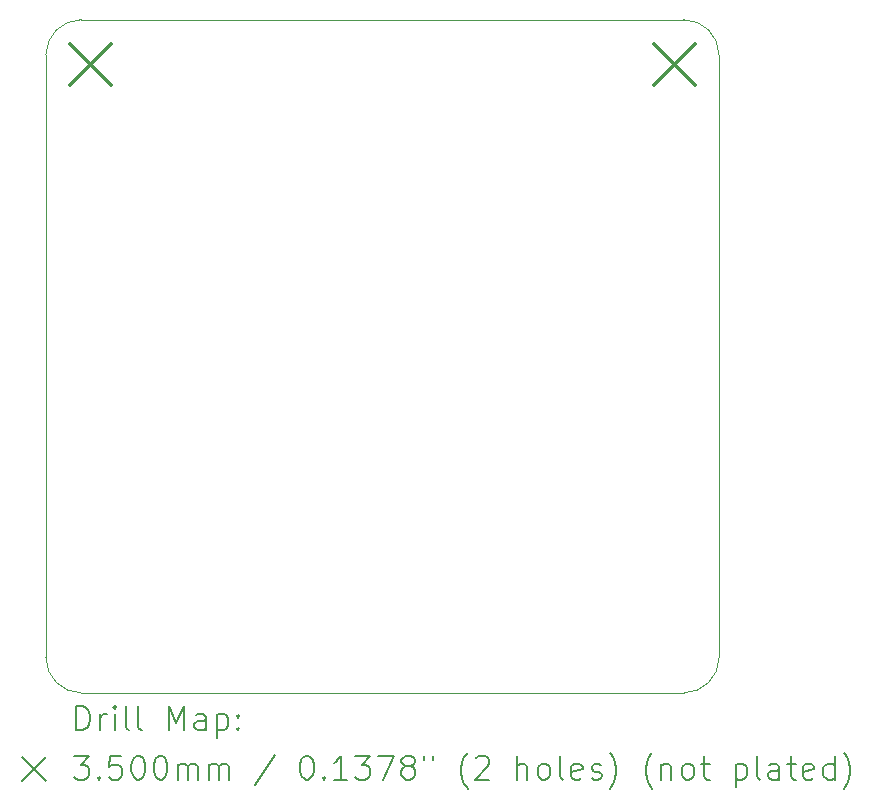
<source format=gbr>
%TF.GenerationSoftware,KiCad,Pcbnew,8.0.6*%
%TF.CreationDate,2024-11-20T16:48:05-08:00*%
%TF.ProjectId,Garage Door Opener,47617261-6765-4204-946f-6f72204f7065,rev?*%
%TF.SameCoordinates,Original*%
%TF.FileFunction,Drillmap*%
%TF.FilePolarity,Positive*%
%FSLAX45Y45*%
G04 Gerber Fmt 4.5, Leading zero omitted, Abs format (unit mm)*
G04 Created by KiCad (PCBNEW 8.0.6) date 2024-11-20 16:48:05*
%MOMM*%
%LPD*%
G01*
G04 APERTURE LIST*
%ADD10C,0.050000*%
%ADD11C,0.200000*%
%ADD12C,0.350000*%
G04 APERTURE END LIST*
D10*
X6700000Y-10800000D02*
G75*
G02*
X6400000Y-10500000I0J300000D01*
G01*
X11800000Y-10800000D02*
X6700000Y-10800000D01*
X12100000Y-10500000D02*
G75*
G02*
X11800000Y-10800000I-300000J0D01*
G01*
X6400000Y-5400000D02*
G75*
G02*
X6700000Y-5100000I300000J0D01*
G01*
X6400000Y-10500000D02*
X6400000Y-5400000D01*
X11800000Y-5100000D02*
G75*
G02*
X12100000Y-5400000I0J-300000D01*
G01*
X12100000Y-5400000D02*
X12100000Y-10500000D01*
X6700000Y-5100000D02*
X11800000Y-5100000D01*
D11*
D12*
X6605000Y-5305000D02*
X6955000Y-5655000D01*
X6955000Y-5305000D02*
X6605000Y-5655000D01*
X11545000Y-5305000D02*
X11895000Y-5655000D01*
X11895000Y-5305000D02*
X11545000Y-5655000D01*
D11*
X6658277Y-11113984D02*
X6658277Y-10913984D01*
X6658277Y-10913984D02*
X6705896Y-10913984D01*
X6705896Y-10913984D02*
X6734467Y-10923508D01*
X6734467Y-10923508D02*
X6753515Y-10942555D01*
X6753515Y-10942555D02*
X6763039Y-10961603D01*
X6763039Y-10961603D02*
X6772562Y-10999698D01*
X6772562Y-10999698D02*
X6772562Y-11028270D01*
X6772562Y-11028270D02*
X6763039Y-11066365D01*
X6763039Y-11066365D02*
X6753515Y-11085412D01*
X6753515Y-11085412D02*
X6734467Y-11104460D01*
X6734467Y-11104460D02*
X6705896Y-11113984D01*
X6705896Y-11113984D02*
X6658277Y-11113984D01*
X6858277Y-11113984D02*
X6858277Y-10980650D01*
X6858277Y-11018746D02*
X6867801Y-10999698D01*
X6867801Y-10999698D02*
X6877324Y-10990174D01*
X6877324Y-10990174D02*
X6896372Y-10980650D01*
X6896372Y-10980650D02*
X6915420Y-10980650D01*
X6982086Y-11113984D02*
X6982086Y-10980650D01*
X6982086Y-10913984D02*
X6972562Y-10923508D01*
X6972562Y-10923508D02*
X6982086Y-10933031D01*
X6982086Y-10933031D02*
X6991610Y-10923508D01*
X6991610Y-10923508D02*
X6982086Y-10913984D01*
X6982086Y-10913984D02*
X6982086Y-10933031D01*
X7105896Y-11113984D02*
X7086848Y-11104460D01*
X7086848Y-11104460D02*
X7077324Y-11085412D01*
X7077324Y-11085412D02*
X7077324Y-10913984D01*
X7210658Y-11113984D02*
X7191610Y-11104460D01*
X7191610Y-11104460D02*
X7182086Y-11085412D01*
X7182086Y-11085412D02*
X7182086Y-10913984D01*
X7439229Y-11113984D02*
X7439229Y-10913984D01*
X7439229Y-10913984D02*
X7505896Y-11056841D01*
X7505896Y-11056841D02*
X7572562Y-10913984D01*
X7572562Y-10913984D02*
X7572562Y-11113984D01*
X7753515Y-11113984D02*
X7753515Y-11009222D01*
X7753515Y-11009222D02*
X7743991Y-10990174D01*
X7743991Y-10990174D02*
X7724943Y-10980650D01*
X7724943Y-10980650D02*
X7686848Y-10980650D01*
X7686848Y-10980650D02*
X7667801Y-10990174D01*
X7753515Y-11104460D02*
X7734467Y-11113984D01*
X7734467Y-11113984D02*
X7686848Y-11113984D01*
X7686848Y-11113984D02*
X7667801Y-11104460D01*
X7667801Y-11104460D02*
X7658277Y-11085412D01*
X7658277Y-11085412D02*
X7658277Y-11066365D01*
X7658277Y-11066365D02*
X7667801Y-11047317D01*
X7667801Y-11047317D02*
X7686848Y-11037793D01*
X7686848Y-11037793D02*
X7734467Y-11037793D01*
X7734467Y-11037793D02*
X7753515Y-11028270D01*
X7848753Y-10980650D02*
X7848753Y-11180650D01*
X7848753Y-10990174D02*
X7867801Y-10980650D01*
X7867801Y-10980650D02*
X7905896Y-10980650D01*
X7905896Y-10980650D02*
X7924943Y-10990174D01*
X7924943Y-10990174D02*
X7934467Y-10999698D01*
X7934467Y-10999698D02*
X7943991Y-11018746D01*
X7943991Y-11018746D02*
X7943991Y-11075889D01*
X7943991Y-11075889D02*
X7934467Y-11094936D01*
X7934467Y-11094936D02*
X7924943Y-11104460D01*
X7924943Y-11104460D02*
X7905896Y-11113984D01*
X7905896Y-11113984D02*
X7867801Y-11113984D01*
X7867801Y-11113984D02*
X7848753Y-11104460D01*
X8029705Y-11094936D02*
X8039229Y-11104460D01*
X8039229Y-11104460D02*
X8029705Y-11113984D01*
X8029705Y-11113984D02*
X8020182Y-11104460D01*
X8020182Y-11104460D02*
X8029705Y-11094936D01*
X8029705Y-11094936D02*
X8029705Y-11113984D01*
X8029705Y-10990174D02*
X8039229Y-10999698D01*
X8039229Y-10999698D02*
X8029705Y-11009222D01*
X8029705Y-11009222D02*
X8020182Y-10999698D01*
X8020182Y-10999698D02*
X8029705Y-10990174D01*
X8029705Y-10990174D02*
X8029705Y-11009222D01*
X6197500Y-11342500D02*
X6397500Y-11542500D01*
X6397500Y-11342500D02*
X6197500Y-11542500D01*
X6639229Y-11333984D02*
X6763039Y-11333984D01*
X6763039Y-11333984D02*
X6696372Y-11410174D01*
X6696372Y-11410174D02*
X6724943Y-11410174D01*
X6724943Y-11410174D02*
X6743991Y-11419698D01*
X6743991Y-11419698D02*
X6753515Y-11429222D01*
X6753515Y-11429222D02*
X6763039Y-11448269D01*
X6763039Y-11448269D02*
X6763039Y-11495888D01*
X6763039Y-11495888D02*
X6753515Y-11514936D01*
X6753515Y-11514936D02*
X6743991Y-11524460D01*
X6743991Y-11524460D02*
X6724943Y-11533984D01*
X6724943Y-11533984D02*
X6667801Y-11533984D01*
X6667801Y-11533984D02*
X6648753Y-11524460D01*
X6648753Y-11524460D02*
X6639229Y-11514936D01*
X6848753Y-11514936D02*
X6858277Y-11524460D01*
X6858277Y-11524460D02*
X6848753Y-11533984D01*
X6848753Y-11533984D02*
X6839229Y-11524460D01*
X6839229Y-11524460D02*
X6848753Y-11514936D01*
X6848753Y-11514936D02*
X6848753Y-11533984D01*
X7039229Y-11333984D02*
X6943991Y-11333984D01*
X6943991Y-11333984D02*
X6934467Y-11429222D01*
X6934467Y-11429222D02*
X6943991Y-11419698D01*
X6943991Y-11419698D02*
X6963039Y-11410174D01*
X6963039Y-11410174D02*
X7010658Y-11410174D01*
X7010658Y-11410174D02*
X7029705Y-11419698D01*
X7029705Y-11419698D02*
X7039229Y-11429222D01*
X7039229Y-11429222D02*
X7048753Y-11448269D01*
X7048753Y-11448269D02*
X7048753Y-11495888D01*
X7048753Y-11495888D02*
X7039229Y-11514936D01*
X7039229Y-11514936D02*
X7029705Y-11524460D01*
X7029705Y-11524460D02*
X7010658Y-11533984D01*
X7010658Y-11533984D02*
X6963039Y-11533984D01*
X6963039Y-11533984D02*
X6943991Y-11524460D01*
X6943991Y-11524460D02*
X6934467Y-11514936D01*
X7172562Y-11333984D02*
X7191610Y-11333984D01*
X7191610Y-11333984D02*
X7210658Y-11343508D01*
X7210658Y-11343508D02*
X7220182Y-11353031D01*
X7220182Y-11353031D02*
X7229705Y-11372079D01*
X7229705Y-11372079D02*
X7239229Y-11410174D01*
X7239229Y-11410174D02*
X7239229Y-11457793D01*
X7239229Y-11457793D02*
X7229705Y-11495888D01*
X7229705Y-11495888D02*
X7220182Y-11514936D01*
X7220182Y-11514936D02*
X7210658Y-11524460D01*
X7210658Y-11524460D02*
X7191610Y-11533984D01*
X7191610Y-11533984D02*
X7172562Y-11533984D01*
X7172562Y-11533984D02*
X7153515Y-11524460D01*
X7153515Y-11524460D02*
X7143991Y-11514936D01*
X7143991Y-11514936D02*
X7134467Y-11495888D01*
X7134467Y-11495888D02*
X7124943Y-11457793D01*
X7124943Y-11457793D02*
X7124943Y-11410174D01*
X7124943Y-11410174D02*
X7134467Y-11372079D01*
X7134467Y-11372079D02*
X7143991Y-11353031D01*
X7143991Y-11353031D02*
X7153515Y-11343508D01*
X7153515Y-11343508D02*
X7172562Y-11333984D01*
X7363039Y-11333984D02*
X7382086Y-11333984D01*
X7382086Y-11333984D02*
X7401134Y-11343508D01*
X7401134Y-11343508D02*
X7410658Y-11353031D01*
X7410658Y-11353031D02*
X7420182Y-11372079D01*
X7420182Y-11372079D02*
X7429705Y-11410174D01*
X7429705Y-11410174D02*
X7429705Y-11457793D01*
X7429705Y-11457793D02*
X7420182Y-11495888D01*
X7420182Y-11495888D02*
X7410658Y-11514936D01*
X7410658Y-11514936D02*
X7401134Y-11524460D01*
X7401134Y-11524460D02*
X7382086Y-11533984D01*
X7382086Y-11533984D02*
X7363039Y-11533984D01*
X7363039Y-11533984D02*
X7343991Y-11524460D01*
X7343991Y-11524460D02*
X7334467Y-11514936D01*
X7334467Y-11514936D02*
X7324943Y-11495888D01*
X7324943Y-11495888D02*
X7315420Y-11457793D01*
X7315420Y-11457793D02*
X7315420Y-11410174D01*
X7315420Y-11410174D02*
X7324943Y-11372079D01*
X7324943Y-11372079D02*
X7334467Y-11353031D01*
X7334467Y-11353031D02*
X7343991Y-11343508D01*
X7343991Y-11343508D02*
X7363039Y-11333984D01*
X7515420Y-11533984D02*
X7515420Y-11400650D01*
X7515420Y-11419698D02*
X7524943Y-11410174D01*
X7524943Y-11410174D02*
X7543991Y-11400650D01*
X7543991Y-11400650D02*
X7572563Y-11400650D01*
X7572563Y-11400650D02*
X7591610Y-11410174D01*
X7591610Y-11410174D02*
X7601134Y-11429222D01*
X7601134Y-11429222D02*
X7601134Y-11533984D01*
X7601134Y-11429222D02*
X7610658Y-11410174D01*
X7610658Y-11410174D02*
X7629705Y-11400650D01*
X7629705Y-11400650D02*
X7658277Y-11400650D01*
X7658277Y-11400650D02*
X7677324Y-11410174D01*
X7677324Y-11410174D02*
X7686848Y-11429222D01*
X7686848Y-11429222D02*
X7686848Y-11533984D01*
X7782086Y-11533984D02*
X7782086Y-11400650D01*
X7782086Y-11419698D02*
X7791610Y-11410174D01*
X7791610Y-11410174D02*
X7810658Y-11400650D01*
X7810658Y-11400650D02*
X7839229Y-11400650D01*
X7839229Y-11400650D02*
X7858277Y-11410174D01*
X7858277Y-11410174D02*
X7867801Y-11429222D01*
X7867801Y-11429222D02*
X7867801Y-11533984D01*
X7867801Y-11429222D02*
X7877324Y-11410174D01*
X7877324Y-11410174D02*
X7896372Y-11400650D01*
X7896372Y-11400650D02*
X7924943Y-11400650D01*
X7924943Y-11400650D02*
X7943991Y-11410174D01*
X7943991Y-11410174D02*
X7953515Y-11429222D01*
X7953515Y-11429222D02*
X7953515Y-11533984D01*
X8343991Y-11324460D02*
X8172563Y-11581603D01*
X8601134Y-11333984D02*
X8620182Y-11333984D01*
X8620182Y-11333984D02*
X8639229Y-11343508D01*
X8639229Y-11343508D02*
X8648753Y-11353031D01*
X8648753Y-11353031D02*
X8658277Y-11372079D01*
X8658277Y-11372079D02*
X8667801Y-11410174D01*
X8667801Y-11410174D02*
X8667801Y-11457793D01*
X8667801Y-11457793D02*
X8658277Y-11495888D01*
X8658277Y-11495888D02*
X8648753Y-11514936D01*
X8648753Y-11514936D02*
X8639229Y-11524460D01*
X8639229Y-11524460D02*
X8620182Y-11533984D01*
X8620182Y-11533984D02*
X8601134Y-11533984D01*
X8601134Y-11533984D02*
X8582087Y-11524460D01*
X8582087Y-11524460D02*
X8572563Y-11514936D01*
X8572563Y-11514936D02*
X8563039Y-11495888D01*
X8563039Y-11495888D02*
X8553515Y-11457793D01*
X8553515Y-11457793D02*
X8553515Y-11410174D01*
X8553515Y-11410174D02*
X8563039Y-11372079D01*
X8563039Y-11372079D02*
X8572563Y-11353031D01*
X8572563Y-11353031D02*
X8582087Y-11343508D01*
X8582087Y-11343508D02*
X8601134Y-11333984D01*
X8753515Y-11514936D02*
X8763039Y-11524460D01*
X8763039Y-11524460D02*
X8753515Y-11533984D01*
X8753515Y-11533984D02*
X8743991Y-11524460D01*
X8743991Y-11524460D02*
X8753515Y-11514936D01*
X8753515Y-11514936D02*
X8753515Y-11533984D01*
X8953515Y-11533984D02*
X8839229Y-11533984D01*
X8896372Y-11533984D02*
X8896372Y-11333984D01*
X8896372Y-11333984D02*
X8877325Y-11362555D01*
X8877325Y-11362555D02*
X8858277Y-11381603D01*
X8858277Y-11381603D02*
X8839229Y-11391127D01*
X9020182Y-11333984D02*
X9143991Y-11333984D01*
X9143991Y-11333984D02*
X9077325Y-11410174D01*
X9077325Y-11410174D02*
X9105896Y-11410174D01*
X9105896Y-11410174D02*
X9124944Y-11419698D01*
X9124944Y-11419698D02*
X9134468Y-11429222D01*
X9134468Y-11429222D02*
X9143991Y-11448269D01*
X9143991Y-11448269D02*
X9143991Y-11495888D01*
X9143991Y-11495888D02*
X9134468Y-11514936D01*
X9134468Y-11514936D02*
X9124944Y-11524460D01*
X9124944Y-11524460D02*
X9105896Y-11533984D01*
X9105896Y-11533984D02*
X9048753Y-11533984D01*
X9048753Y-11533984D02*
X9029706Y-11524460D01*
X9029706Y-11524460D02*
X9020182Y-11514936D01*
X9210658Y-11333984D02*
X9343991Y-11333984D01*
X9343991Y-11333984D02*
X9258277Y-11533984D01*
X9448753Y-11419698D02*
X9429706Y-11410174D01*
X9429706Y-11410174D02*
X9420182Y-11400650D01*
X9420182Y-11400650D02*
X9410658Y-11381603D01*
X9410658Y-11381603D02*
X9410658Y-11372079D01*
X9410658Y-11372079D02*
X9420182Y-11353031D01*
X9420182Y-11353031D02*
X9429706Y-11343508D01*
X9429706Y-11343508D02*
X9448753Y-11333984D01*
X9448753Y-11333984D02*
X9486849Y-11333984D01*
X9486849Y-11333984D02*
X9505896Y-11343508D01*
X9505896Y-11343508D02*
X9515420Y-11353031D01*
X9515420Y-11353031D02*
X9524944Y-11372079D01*
X9524944Y-11372079D02*
X9524944Y-11381603D01*
X9524944Y-11381603D02*
X9515420Y-11400650D01*
X9515420Y-11400650D02*
X9505896Y-11410174D01*
X9505896Y-11410174D02*
X9486849Y-11419698D01*
X9486849Y-11419698D02*
X9448753Y-11419698D01*
X9448753Y-11419698D02*
X9429706Y-11429222D01*
X9429706Y-11429222D02*
X9420182Y-11438746D01*
X9420182Y-11438746D02*
X9410658Y-11457793D01*
X9410658Y-11457793D02*
X9410658Y-11495888D01*
X9410658Y-11495888D02*
X9420182Y-11514936D01*
X9420182Y-11514936D02*
X9429706Y-11524460D01*
X9429706Y-11524460D02*
X9448753Y-11533984D01*
X9448753Y-11533984D02*
X9486849Y-11533984D01*
X9486849Y-11533984D02*
X9505896Y-11524460D01*
X9505896Y-11524460D02*
X9515420Y-11514936D01*
X9515420Y-11514936D02*
X9524944Y-11495888D01*
X9524944Y-11495888D02*
X9524944Y-11457793D01*
X9524944Y-11457793D02*
X9515420Y-11438746D01*
X9515420Y-11438746D02*
X9505896Y-11429222D01*
X9505896Y-11429222D02*
X9486849Y-11419698D01*
X9601134Y-11333984D02*
X9601134Y-11372079D01*
X9677325Y-11333984D02*
X9677325Y-11372079D01*
X9972563Y-11610174D02*
X9963039Y-11600650D01*
X9963039Y-11600650D02*
X9943991Y-11572079D01*
X9943991Y-11572079D02*
X9934468Y-11553031D01*
X9934468Y-11553031D02*
X9924944Y-11524460D01*
X9924944Y-11524460D02*
X9915420Y-11476841D01*
X9915420Y-11476841D02*
X9915420Y-11438746D01*
X9915420Y-11438746D02*
X9924944Y-11391127D01*
X9924944Y-11391127D02*
X9934468Y-11362555D01*
X9934468Y-11362555D02*
X9943991Y-11343508D01*
X9943991Y-11343508D02*
X9963039Y-11314936D01*
X9963039Y-11314936D02*
X9972563Y-11305412D01*
X10039230Y-11353031D02*
X10048753Y-11343508D01*
X10048753Y-11343508D02*
X10067801Y-11333984D01*
X10067801Y-11333984D02*
X10115420Y-11333984D01*
X10115420Y-11333984D02*
X10134468Y-11343508D01*
X10134468Y-11343508D02*
X10143991Y-11353031D01*
X10143991Y-11353031D02*
X10153515Y-11372079D01*
X10153515Y-11372079D02*
X10153515Y-11391127D01*
X10153515Y-11391127D02*
X10143991Y-11419698D01*
X10143991Y-11419698D02*
X10029706Y-11533984D01*
X10029706Y-11533984D02*
X10153515Y-11533984D01*
X10391611Y-11533984D02*
X10391611Y-11333984D01*
X10477325Y-11533984D02*
X10477325Y-11429222D01*
X10477325Y-11429222D02*
X10467801Y-11410174D01*
X10467801Y-11410174D02*
X10448753Y-11400650D01*
X10448753Y-11400650D02*
X10420182Y-11400650D01*
X10420182Y-11400650D02*
X10401134Y-11410174D01*
X10401134Y-11410174D02*
X10391611Y-11419698D01*
X10601134Y-11533984D02*
X10582087Y-11524460D01*
X10582087Y-11524460D02*
X10572563Y-11514936D01*
X10572563Y-11514936D02*
X10563039Y-11495888D01*
X10563039Y-11495888D02*
X10563039Y-11438746D01*
X10563039Y-11438746D02*
X10572563Y-11419698D01*
X10572563Y-11419698D02*
X10582087Y-11410174D01*
X10582087Y-11410174D02*
X10601134Y-11400650D01*
X10601134Y-11400650D02*
X10629706Y-11400650D01*
X10629706Y-11400650D02*
X10648753Y-11410174D01*
X10648753Y-11410174D02*
X10658277Y-11419698D01*
X10658277Y-11419698D02*
X10667801Y-11438746D01*
X10667801Y-11438746D02*
X10667801Y-11495888D01*
X10667801Y-11495888D02*
X10658277Y-11514936D01*
X10658277Y-11514936D02*
X10648753Y-11524460D01*
X10648753Y-11524460D02*
X10629706Y-11533984D01*
X10629706Y-11533984D02*
X10601134Y-11533984D01*
X10782087Y-11533984D02*
X10763039Y-11524460D01*
X10763039Y-11524460D02*
X10753515Y-11505412D01*
X10753515Y-11505412D02*
X10753515Y-11333984D01*
X10934468Y-11524460D02*
X10915420Y-11533984D01*
X10915420Y-11533984D02*
X10877325Y-11533984D01*
X10877325Y-11533984D02*
X10858277Y-11524460D01*
X10858277Y-11524460D02*
X10848753Y-11505412D01*
X10848753Y-11505412D02*
X10848753Y-11429222D01*
X10848753Y-11429222D02*
X10858277Y-11410174D01*
X10858277Y-11410174D02*
X10877325Y-11400650D01*
X10877325Y-11400650D02*
X10915420Y-11400650D01*
X10915420Y-11400650D02*
X10934468Y-11410174D01*
X10934468Y-11410174D02*
X10943992Y-11429222D01*
X10943992Y-11429222D02*
X10943992Y-11448269D01*
X10943992Y-11448269D02*
X10848753Y-11467317D01*
X11020182Y-11524460D02*
X11039230Y-11533984D01*
X11039230Y-11533984D02*
X11077325Y-11533984D01*
X11077325Y-11533984D02*
X11096373Y-11524460D01*
X11096373Y-11524460D02*
X11105896Y-11505412D01*
X11105896Y-11505412D02*
X11105896Y-11495888D01*
X11105896Y-11495888D02*
X11096373Y-11476841D01*
X11096373Y-11476841D02*
X11077325Y-11467317D01*
X11077325Y-11467317D02*
X11048753Y-11467317D01*
X11048753Y-11467317D02*
X11029706Y-11457793D01*
X11029706Y-11457793D02*
X11020182Y-11438746D01*
X11020182Y-11438746D02*
X11020182Y-11429222D01*
X11020182Y-11429222D02*
X11029706Y-11410174D01*
X11029706Y-11410174D02*
X11048753Y-11400650D01*
X11048753Y-11400650D02*
X11077325Y-11400650D01*
X11077325Y-11400650D02*
X11096373Y-11410174D01*
X11172563Y-11610174D02*
X11182087Y-11600650D01*
X11182087Y-11600650D02*
X11201134Y-11572079D01*
X11201134Y-11572079D02*
X11210658Y-11553031D01*
X11210658Y-11553031D02*
X11220182Y-11524460D01*
X11220182Y-11524460D02*
X11229706Y-11476841D01*
X11229706Y-11476841D02*
X11229706Y-11438746D01*
X11229706Y-11438746D02*
X11220182Y-11391127D01*
X11220182Y-11391127D02*
X11210658Y-11362555D01*
X11210658Y-11362555D02*
X11201134Y-11343508D01*
X11201134Y-11343508D02*
X11182087Y-11314936D01*
X11182087Y-11314936D02*
X11172563Y-11305412D01*
X11534468Y-11610174D02*
X11524944Y-11600650D01*
X11524944Y-11600650D02*
X11505896Y-11572079D01*
X11505896Y-11572079D02*
X11496372Y-11553031D01*
X11496372Y-11553031D02*
X11486849Y-11524460D01*
X11486849Y-11524460D02*
X11477325Y-11476841D01*
X11477325Y-11476841D02*
X11477325Y-11438746D01*
X11477325Y-11438746D02*
X11486849Y-11391127D01*
X11486849Y-11391127D02*
X11496372Y-11362555D01*
X11496372Y-11362555D02*
X11505896Y-11343508D01*
X11505896Y-11343508D02*
X11524944Y-11314936D01*
X11524944Y-11314936D02*
X11534468Y-11305412D01*
X11610658Y-11400650D02*
X11610658Y-11533984D01*
X11610658Y-11419698D02*
X11620182Y-11410174D01*
X11620182Y-11410174D02*
X11639230Y-11400650D01*
X11639230Y-11400650D02*
X11667801Y-11400650D01*
X11667801Y-11400650D02*
X11686849Y-11410174D01*
X11686849Y-11410174D02*
X11696372Y-11429222D01*
X11696372Y-11429222D02*
X11696372Y-11533984D01*
X11820182Y-11533984D02*
X11801134Y-11524460D01*
X11801134Y-11524460D02*
X11791611Y-11514936D01*
X11791611Y-11514936D02*
X11782087Y-11495888D01*
X11782087Y-11495888D02*
X11782087Y-11438746D01*
X11782087Y-11438746D02*
X11791611Y-11419698D01*
X11791611Y-11419698D02*
X11801134Y-11410174D01*
X11801134Y-11410174D02*
X11820182Y-11400650D01*
X11820182Y-11400650D02*
X11848753Y-11400650D01*
X11848753Y-11400650D02*
X11867801Y-11410174D01*
X11867801Y-11410174D02*
X11877325Y-11419698D01*
X11877325Y-11419698D02*
X11886849Y-11438746D01*
X11886849Y-11438746D02*
X11886849Y-11495888D01*
X11886849Y-11495888D02*
X11877325Y-11514936D01*
X11877325Y-11514936D02*
X11867801Y-11524460D01*
X11867801Y-11524460D02*
X11848753Y-11533984D01*
X11848753Y-11533984D02*
X11820182Y-11533984D01*
X11943992Y-11400650D02*
X12020182Y-11400650D01*
X11972563Y-11333984D02*
X11972563Y-11505412D01*
X11972563Y-11505412D02*
X11982087Y-11524460D01*
X11982087Y-11524460D02*
X12001134Y-11533984D01*
X12001134Y-11533984D02*
X12020182Y-11533984D01*
X12239230Y-11400650D02*
X12239230Y-11600650D01*
X12239230Y-11410174D02*
X12258277Y-11400650D01*
X12258277Y-11400650D02*
X12296373Y-11400650D01*
X12296373Y-11400650D02*
X12315420Y-11410174D01*
X12315420Y-11410174D02*
X12324944Y-11419698D01*
X12324944Y-11419698D02*
X12334468Y-11438746D01*
X12334468Y-11438746D02*
X12334468Y-11495888D01*
X12334468Y-11495888D02*
X12324944Y-11514936D01*
X12324944Y-11514936D02*
X12315420Y-11524460D01*
X12315420Y-11524460D02*
X12296373Y-11533984D01*
X12296373Y-11533984D02*
X12258277Y-11533984D01*
X12258277Y-11533984D02*
X12239230Y-11524460D01*
X12448753Y-11533984D02*
X12429706Y-11524460D01*
X12429706Y-11524460D02*
X12420182Y-11505412D01*
X12420182Y-11505412D02*
X12420182Y-11333984D01*
X12610658Y-11533984D02*
X12610658Y-11429222D01*
X12610658Y-11429222D02*
X12601134Y-11410174D01*
X12601134Y-11410174D02*
X12582087Y-11400650D01*
X12582087Y-11400650D02*
X12543992Y-11400650D01*
X12543992Y-11400650D02*
X12524944Y-11410174D01*
X12610658Y-11524460D02*
X12591611Y-11533984D01*
X12591611Y-11533984D02*
X12543992Y-11533984D01*
X12543992Y-11533984D02*
X12524944Y-11524460D01*
X12524944Y-11524460D02*
X12515420Y-11505412D01*
X12515420Y-11505412D02*
X12515420Y-11486365D01*
X12515420Y-11486365D02*
X12524944Y-11467317D01*
X12524944Y-11467317D02*
X12543992Y-11457793D01*
X12543992Y-11457793D02*
X12591611Y-11457793D01*
X12591611Y-11457793D02*
X12610658Y-11448269D01*
X12677325Y-11400650D02*
X12753515Y-11400650D01*
X12705896Y-11333984D02*
X12705896Y-11505412D01*
X12705896Y-11505412D02*
X12715420Y-11524460D01*
X12715420Y-11524460D02*
X12734468Y-11533984D01*
X12734468Y-11533984D02*
X12753515Y-11533984D01*
X12896373Y-11524460D02*
X12877325Y-11533984D01*
X12877325Y-11533984D02*
X12839230Y-11533984D01*
X12839230Y-11533984D02*
X12820182Y-11524460D01*
X12820182Y-11524460D02*
X12810658Y-11505412D01*
X12810658Y-11505412D02*
X12810658Y-11429222D01*
X12810658Y-11429222D02*
X12820182Y-11410174D01*
X12820182Y-11410174D02*
X12839230Y-11400650D01*
X12839230Y-11400650D02*
X12877325Y-11400650D01*
X12877325Y-11400650D02*
X12896373Y-11410174D01*
X12896373Y-11410174D02*
X12905896Y-11429222D01*
X12905896Y-11429222D02*
X12905896Y-11448269D01*
X12905896Y-11448269D02*
X12810658Y-11467317D01*
X13077325Y-11533984D02*
X13077325Y-11333984D01*
X13077325Y-11524460D02*
X13058277Y-11533984D01*
X13058277Y-11533984D02*
X13020182Y-11533984D01*
X13020182Y-11533984D02*
X13001134Y-11524460D01*
X13001134Y-11524460D02*
X12991611Y-11514936D01*
X12991611Y-11514936D02*
X12982087Y-11495888D01*
X12982087Y-11495888D02*
X12982087Y-11438746D01*
X12982087Y-11438746D02*
X12991611Y-11419698D01*
X12991611Y-11419698D02*
X13001134Y-11410174D01*
X13001134Y-11410174D02*
X13020182Y-11400650D01*
X13020182Y-11400650D02*
X13058277Y-11400650D01*
X13058277Y-11400650D02*
X13077325Y-11410174D01*
X13153515Y-11610174D02*
X13163039Y-11600650D01*
X13163039Y-11600650D02*
X13182087Y-11572079D01*
X13182087Y-11572079D02*
X13191611Y-11553031D01*
X13191611Y-11553031D02*
X13201134Y-11524460D01*
X13201134Y-11524460D02*
X13210658Y-11476841D01*
X13210658Y-11476841D02*
X13210658Y-11438746D01*
X13210658Y-11438746D02*
X13201134Y-11391127D01*
X13201134Y-11391127D02*
X13191611Y-11362555D01*
X13191611Y-11362555D02*
X13182087Y-11343508D01*
X13182087Y-11343508D02*
X13163039Y-11314936D01*
X13163039Y-11314936D02*
X13153515Y-11305412D01*
M02*

</source>
